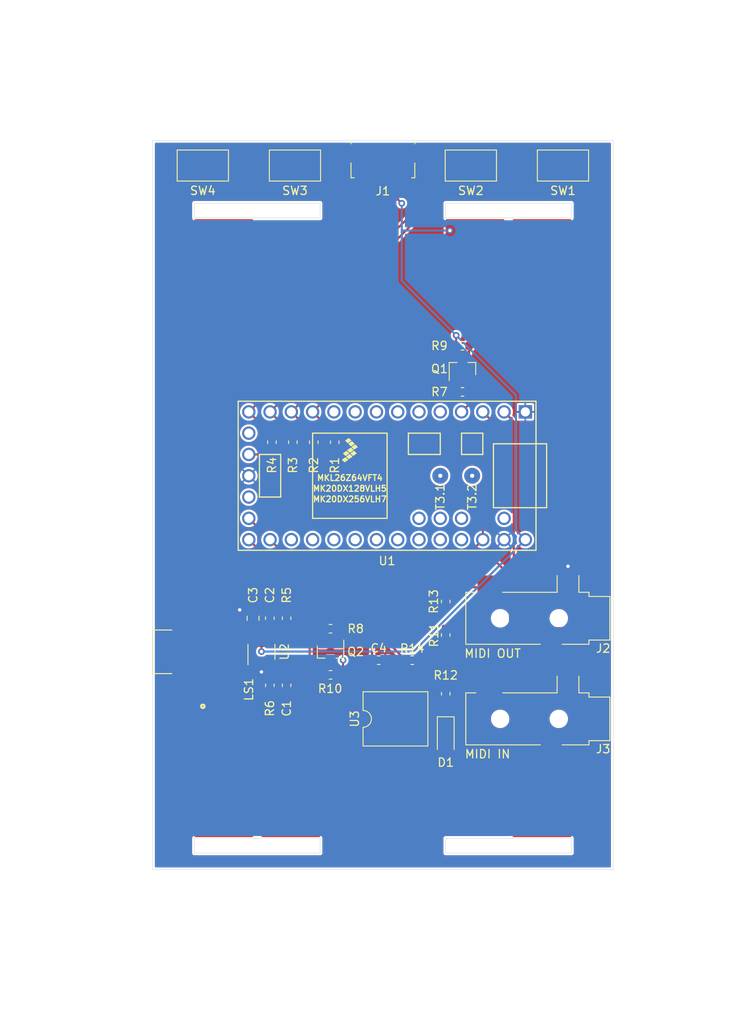
<source format=kicad_pcb>
(kicad_pcb (version 20171130) (host pcbnew "(5.1.4)-1")
  (layers (0 F.Cu signal) (31 B.Cu signal) (34 B.Paste user) (35 F.Paste user) (36 B.SilkS user) (37 F.SilkS user) (38 B.Mask user) (39 F.Mask user) (44 Edge.Cuts user))
  (net 0 "")
  (net 1 /AUDIO)
  (net 2 "Net-(C1-Pad1)")
  (net 3 GND)
  (net 4 +5V)
  (net 5 "Net-(LS1-Pad2)")
  (net 6 "Net-(LS1-Pad1)")
  (net 7 /NEOPIXEL1_5V)
  (net 8 /NEOPIXEL1)
  (net 9 +3V3)
  (net 10 /NEOPIXEL2_5V)
  (net 11 /NEOPIXEL2)
  (net 12 /BUTTON1)
  (net 13 /BUTTON2)
  (net 14 /BUTTON3)
  (net 15 /BUTTON4)
  (net 16 /~AMP_SD)
  (net 17 "Net-(R6-Pad1)")
  (net 18 "Net-(D1-Pad2)")
  (net 19 "Net-(D1-Pad1)")
  (net 20 "Net-(J2-PadT)")
  (net 21 "Net-(J2-PadR)")
  (net 22 "Net-(J3-PadT)")
  (net 23 /MIDI_TX)
  (net 24 /MIDI_RX)
  (module teensy:Teensy30_31_32_LC (layer F.Cu) (at 78 90 180)
    (fp_text reference U1 (at 0 -10.16) (layer F.SilkS))
    (fp_text value Teensy3.2)
    (fp_text user MK20DX128VLH5 (at 4.445 -1.524) (layer F.SilkS) (effects (font (size 0.7 0.7))))
    (fp_text user MKL26Z64VFT4 (at 4.445 -0.254) (layer F.SilkS) (effects (font (size 0.7 0.7))))
    (fp_text user MK20DX256VLH7 (at 4.445 -2.794) (layer F.SilkS) (effects (font (size 0.7 0.7))))
    (fp_poly (pts (xy 4.826 2.921) (xy 4.572 2.667) (xy 4.953 2.413) (xy 5.207 2.667)) (layer F.SilkS) (width 0.1))
    (fp_poly (pts (xy 3.81 3.683) (xy 3.556 3.429) (xy 3.937 3.175) (xy 4.191 3.429)) (layer F.SilkS) (width 0.1))
    (fp_poly (pts (xy 4.572 4.445) (xy 4.318 4.191) (xy 4.699 3.937) (xy 4.953 4.191)) (layer F.SilkS) (width 0.1))
    (fp_poly (pts (xy 4.445 2.54) (xy 4.191 2.286) (xy 4.572 2.032) (xy 4.826 2.286)) (layer F.SilkS) (width 0.1))
    (fp_poly (pts (xy 4.191 4.064) (xy 3.937 3.81) (xy 4.318 3.556) (xy 4.572 3.81)) (layer F.SilkS) (width 0.1))
    (fp_poly (pts (xy 4.953 2.159) (xy 4.699 1.905) (xy 5.08 1.651) (xy 5.334 1.905)) (layer F.SilkS) (width 0.1))
    (fp_poly (pts (xy 4.318 3.302) (xy 4.064 3.048) (xy 4.445 2.794) (xy 4.699 3.048)) (layer F.SilkS) (width 0.1))
    (fp_poly (pts (xy 3.937 2.921) (xy 3.683 2.667) (xy 4.064 2.413) (xy 4.318 2.667)) (layer F.SilkS) (width 0.1))
    (fp_line (start -17.78 8.89) (end -17.78 -8.89) (layer F.SilkS) (width 0.15))
    (fp_line (start 17.78 8.89) (end -17.78 8.89) (layer F.SilkS) (width 0.15))
    (fp_line (start 17.78 -8.89) (end 17.78 8.89) (layer F.SilkS) (width 0.15))
    (fp_line (start -17.78 -8.89) (end 17.78 -8.89) (layer F.SilkS) (width 0.15))
    (fp_line (start 8.89 5.08) (end 0 5.08) (layer F.SilkS) (width 0.15))
    (fp_line (start 8.89 -5.08) (end 0 -5.08) (layer F.SilkS) (width 0.15))
    (fp_line (start 0 -5.08) (end 0 5.08) (layer F.SilkS) (width 0.15))
    (fp_line (start 8.89 5.08) (end 8.89 -5.08) (layer F.SilkS) (width 0.15))
    (fp_line (start 12.7 -2.54) (end 15.24 -2.54) (layer F.SilkS) (width 0.15))
    (fp_line (start 12.7 2.54) (end 12.7 -2.54) (layer F.SilkS) (width 0.15))
    (fp_line (start 15.24 2.54) (end 12.7 2.54) (layer F.SilkS) (width 0.15))
    (fp_line (start 15.24 -2.54) (end 15.24 2.54) (layer F.SilkS) (width 0.15))
    (fp_line (start -11.43 2.54) (end -11.43 5.08) (layer F.SilkS) (width 0.15))
    (fp_line (start -8.89 2.54) (end -11.43 2.54) (layer F.SilkS) (width 0.15))
    (fp_line (start -8.89 5.08) (end -8.89 2.54) (layer F.SilkS) (width 0.15))
    (fp_line (start -11.43 5.08) (end -8.89 5.08) (layer F.SilkS) (width 0.15))
    (fp_line (start -12.7 3.81) (end -17.78 3.81) (layer F.SilkS) (width 0.15))
    (fp_line (start -12.7 -3.81) (end -17.78 -3.81) (layer F.SilkS) (width 0.15))
    (fp_line (start -12.7 3.81) (end -12.7 -3.81) (layer F.SilkS) (width 0.15))
    (fp_line (start -6.35 2.54) (end -6.35 5.08) (layer F.SilkS) (width 0.15))
    (fp_line (start -2.54 2.54) (end -6.35 2.54) (layer F.SilkS) (width 0.15))
    (fp_line (start -2.54 5.08) (end -2.54 2.54) (layer F.SilkS) (width 0.15))
    (fp_line (start -6.35 5.08) (end -2.54 5.08) (layer F.SilkS) (width 0.15))
    (fp_line (start -19.05 -3.81) (end -17.78 -3.81) (layer F.SilkS) (width 0.15))
    (fp_line (start -19.05 3.81) (end -19.05 -3.81) (layer F.SilkS) (width 0.15))
    (fp_line (start -17.78 3.81) (end -19.05 3.81) (layer F.SilkS) (width 0.15))
    (fp_text user T3.1 (at -6.35 -2.54 90) (layer F.SilkS))
    (fp_text user T3.2 (at -10.16 -2.54 90) (layer F.SilkS))
    (pad 52 thru_hole circle (at -10.16 0 180) (size 1.9 1.9) (drill 0.5) (layers *.Cu *.Mask))
    (pad 52 thru_hole circle (at -6.35 0 180) (size 1.9 1.9) (drill 0.5) (layers *.Cu *.Mask))
    (pad 1 thru_hole rect (at -16.51 7.62 180) (size 1.6 1.6) (drill 1.1) (layers *.Cu *.Mask) (net 3 GND))
    (pad 2 thru_hole circle (at -13.97 7.62 180) (size 1.6 1.6) (drill 1.1) (layers *.Cu *.Mask) (net 24 /MIDI_RX))
    (pad 3 thru_hole circle (at -11.43 7.62 180) (size 1.6 1.6) (drill 1.1) (layers *.Cu *.Mask) (net 23 /MIDI_TX))
    (pad 4 thru_hole circle (at -8.89 7.62 180) (size 1.6 1.6) (drill 1.1) (layers *.Cu *.Mask) (net 8 /NEOPIXEL1))
    (pad 5 thru_hole circle (at -6.35 7.62 180) (size 1.6 1.6) (drill 1.1) (layers *.Cu *.Mask))
    (pad 6 thru_hole circle (at -3.81 7.62 180) (size 1.6 1.6) (drill 1.1) (layers *.Cu *.Mask))
    (pad 7 thru_hole circle (at -1.27 7.62 180) (size 1.6 1.6) (drill 1.1) (layers *.Cu *.Mask))
    (pad 8 thru_hole circle (at 1.27 7.62 180) (size 1.6 1.6) (drill 1.1) (layers *.Cu *.Mask))
    (pad 9 thru_hole circle (at 3.81 7.62 180) (size 1.6 1.6) (drill 1.1) (layers *.Cu *.Mask))
    (pad 10 thru_hole circle (at 6.35 7.62 180) (size 1.6 1.6) (drill 1.1) (layers *.Cu *.Mask))
    (pad 11 thru_hole circle (at 8.89 7.62 180) (size 1.6 1.6) (drill 1.1) (layers *.Cu *.Mask) (net 12 /BUTTON1))
    (pad 12 thru_hole circle (at 11.43 7.62 180) (size 1.6 1.6) (drill 1.1) (layers *.Cu *.Mask) (net 13 /BUTTON2))
    (pad 13 thru_hole circle (at 13.97 7.62 180) (size 1.6 1.6) (drill 1.1) (layers *.Cu *.Mask) (net 14 /BUTTON3))
    (pad 37 thru_hole circle (at -3.81 -5.08 180) (size 1.6 1.6) (drill 1.1) (layers *.Cu *.Mask))
    (pad 36 thru_hole circle (at -6.35 -5.08 180) (size 1.6 1.6) (drill 1.1) (layers *.Cu *.Mask))
    (pad 35 thru_hole circle (at -8.89 -5.08 180) (size 1.6 1.6) (drill 1.1) (layers *.Cu *.Mask))
    (pad 34 thru_hole circle (at -13.97 -5.08 180) (size 1.6 1.6) (drill 1.1) (layers *.Cu *.Mask))
    (pad 33 thru_hole circle (at -16.51 -7.62 180) (size 1.6 1.6) (drill 1.1) (layers *.Cu *.Mask) (net 4 +5V))
    (pad 32 thru_hole circle (at -13.97 -7.62 180) (size 1.6 1.6) (drill 1.1) (layers *.Cu *.Mask) (net 3 GND))
    (pad 31 thru_hole circle (at -11.43 -7.62 180) (size 1.6 1.6) (drill 1.1) (layers *.Cu *.Mask) (net 9 +3V3))
    (pad 30 thru_hole circle (at -8.89 -7.62 180) (size 1.6 1.6) (drill 1.1) (layers *.Cu *.Mask))
    (pad 29 thru_hole circle (at -6.35 -7.62 180) (size 1.6 1.6) (drill 1.1) (layers *.Cu *.Mask))
    (pad 28 thru_hole circle (at -3.81 -7.62 180) (size 1.6 1.6) (drill 1.1) (layers *.Cu *.Mask))
    (pad 27 thru_hole circle (at -1.27 -7.62 180) (size 1.6 1.6) (drill 1.1) (layers *.Cu *.Mask))
    (pad 26 thru_hole circle (at 1.27 -7.62 180) (size 1.6 1.6) (drill 1.1) (layers *.Cu *.Mask))
    (pad 25 thru_hole circle (at 3.81 -7.62 180) (size 1.6 1.6) (drill 1.1) (layers *.Cu *.Mask))
    (pad 24 thru_hole circle (at 6.35 -7.62 180) (size 1.6 1.6) (drill 1.1) (layers *.Cu *.Mask))
    (pad 23 thru_hole circle (at 8.89 -7.62 180) (size 1.6 1.6) (drill 1.1) (layers *.Cu *.Mask))
    (pad 22 thru_hole circle (at 11.43 -7.62 180) (size 1.6 1.6) (drill 1.1) (layers *.Cu *.Mask))
    (pad 21 thru_hole circle (at 13.97 -7.62 180) (size 1.6 1.6) (drill 1.1) (layers *.Cu *.Mask) (net 11 /NEOPIXEL2))
    (pad 14 thru_hole circle (at 16.51 7.62 180) (size 1.6 1.6) (drill 1.1) (layers *.Cu *.Mask) (net 15 /BUTTON4))
    (pad 15 thru_hole circle (at 16.51 5.08 180) (size 1.6 1.6) (drill 1.1) (layers *.Cu *.Mask))
    (pad 16 thru_hole circle (at 16.51 2.54 180) (size 1.6 1.6) (drill 1.1) (layers *.Cu *.Mask) (net 9 +3V3))
    (pad 20 thru_hole circle (at 16.51 -7.62 180) (size 1.6 1.6) (drill 1.1) (layers *.Cu *.Mask) (net 16 /~AMP_SD))
    (pad 19 thru_hole circle (at 16.51 -5.08 180) (size 1.6 1.6) (drill 1.1) (layers *.Cu *.Mask) (net 1 /AUDIO))
    (pad 18 thru_hole circle (at 16.51 -2.54 180) (size 1.6 1.6) (drill 1.1) (layers *.Cu *.Mask))
    (pad 17 thru_hole circle (at 16.51 0 180) (size 1.6 1.6) (drill 1.1) (layers *.Cu *.Mask) (net 3 GND))
  )
  (module Package_DIP:SMDIP-6_W9.53mm (layer F.Cu) (at 79 119 90)
    (fp_text reference U3 (at 0 -4.87 90) (layer F.SilkS))
    (fp_text value H11L1)
    (fp_line (start 3.235 -3.87) (end 1 -3.87) (layer F.SilkS) (width 0.12))
    (fp_line (start 3.235 3.87) (end 3.235 -3.87) (layer F.SilkS) (width 0.12))
    (fp_line (start -3.235 3.87) (end 3.235 3.87) (layer F.SilkS) (width 0.12))
    (fp_line (start -3.235 -3.87) (end -3.235 3.87) (layer F.SilkS) (width 0.12))
    (fp_line (start -1 -3.87) (end -3.235 -3.87) (layer F.SilkS) (width 0.12))
    (fp_arc (start 0 -3.87) (end -1 -3.87) (angle -180) (layer F.SilkS) (width 0.12))
    (pad 6 smd rect (at 4.765 -2.54 90) (size 2 1.78) (layers F.Cu F.Paste F.Mask) (net 9 +3V3))
    (pad 3 smd rect (at -4.765 2.54 90) (size 2 1.78) (layers F.Cu F.Paste F.Mask))
    (pad 5 smd rect (at 4.765 0 90) (size 2 1.78) (layers F.Cu F.Paste F.Mask) (net 3 GND))
    (pad 2 smd rect (at -4.765 0 90) (size 2 1.78) (layers F.Cu F.Paste F.Mask) (net 18 "Net-(D1-Pad2)"))
    (pad 4 smd rect (at 4.765 2.54 90) (size 2 1.78) (layers F.Cu F.Paste F.Mask) (net 24 /MIDI_RX))
    (pad 1 smd rect (at -4.765 -2.54 90) (size 2 1.78) (layers F.Cu F.Paste F.Mask) (net 19 "Net-(D1-Pad1)"))
  )
  (module Resistor_SMD:R_0603_1608Metric (layer F.Cu) (at 81 112 180)
    (fp_text reference R14 (at 0 1.4) (layer F.SilkS))
    (fp_text value 470)
    (fp_line (start -0.162779 0.51) (end 0.162779 0.51) (layer F.SilkS) (width 0.12))
    (fp_line (start -0.162779 -0.51) (end 0.162779 -0.51) (layer F.SilkS) (width 0.12))
    (pad 2 smd roundrect (at 0.7875 0 180) (size 0.875 0.95) (layers F.Cu F.Paste F.Mask) (net 9 +3V3))
    (pad 1 smd roundrect (at -0.7875 0 180) (size 0.875 0.95) (layers F.Cu F.Paste F.Mask) (net 24 /MIDI_RX))
  )
  (module Resistor_SMD:R_0603_1608Metric (layer F.Cu) (at 85 105 90)
    (fp_text reference R13 (at 0 -1.43 90) (layer F.SilkS))
    (fp_text value 51)
    (fp_line (start -0.162779 0.51) (end 0.162779 0.51) (layer F.SilkS) (width 0.12))
    (fp_line (start -0.162779 -0.51) (end 0.162779 -0.51) (layer F.SilkS) (width 0.12))
    (pad 2 smd roundrect (at 0.7875 0 90) (size 0.875 0.95) (layers F.Cu F.Paste F.Mask) (net 20 "Net-(J2-PadT)"))
    (pad 1 smd roundrect (at -0.7875 0 90) (size 0.875 0.95) (layers F.Cu F.Paste F.Mask) (net 9 +3V3))
  )
  (module Resistor_SMD:R_0603_1608Metric (layer F.Cu) (at 85 116 90)
    (fp_text reference R12 (at 2.2 0 180) (layer F.SilkS))
    (fp_text value 220)
    (fp_line (start -0.162779 0.51) (end 0.162779 0.51) (layer F.SilkS) (width 0.12))
    (fp_line (start -0.162779 -0.51) (end 0.162779 -0.51) (layer F.SilkS) (width 0.12))
    (pad 2 smd roundrect (at 0.7875 0 90) (size 0.875 0.95) (layers F.Cu F.Paste F.Mask) (net 22 "Net-(J3-PadT)"))
    (pad 1 smd roundrect (at -0.7875 0 90) (size 0.875 0.95) (layers F.Cu F.Paste F.Mask) (net 19 "Net-(D1-Pad1)"))
  )
  (module Resistor_SMD:R_0603_1608Metric (layer F.Cu) (at 85 109 270)
    (fp_text reference R11 (at 0 1.4 90) (layer F.SilkS))
    (fp_text value 51)
    (fp_line (start -0.162779 0.51) (end 0.162779 0.51) (layer F.SilkS) (width 0.12))
    (fp_line (start -0.162779 -0.51) (end 0.162779 -0.51) (layer F.SilkS) (width 0.12))
    (pad 2 smd roundrect (at 0.7875 0 270) (size 0.875 0.95) (layers F.Cu F.Paste F.Mask) (net 21 "Net-(J2-PadR)"))
    (pad 1 smd roundrect (at -0.7875 0 270) (size 0.875 0.95) (layers F.Cu F.Paste F.Mask) (net 23 /MIDI_TX))
  )
  (module Connector_Audio:Jack_3.5mm_CUI_SJ-3523-SMT_Horizontal (layer F.Cu) (at 96 119 270)
    (fp_text reference J3 (at 3.6 -7.8 180) (layer F.SilkS))
    (fp_text value AudioJack3)
    (fp_line (start -3.1 -2.3) (end -5.1 -2.3) (layer F.SilkS) (width 0.12))
    (fp_line (start -3.1 -4.9) (end -5.1 -4.9) (layer F.SilkS) (width 0.12))
    (fp_line (start -3.1 4.2) (end -3.1 -2.3) (layer F.SilkS) (width 0.12))
    (fp_line (start -3.1 8.6) (end -3.1 7.4) (layer F.SilkS) (width 0.12))
    (fp_line (start 3.1 8.6) (end -3.1 8.6) (layer F.SilkS) (width 0.12))
    (fp_line (start 3.1 -0.3) (end 3.1 8.6) (layer F.SilkS) (width 0.12))
    (fp_line (start 3.1 -6.1) (end 3.1 -2.9) (layer F.SilkS) (width 0.12))
    (fp_line (start 2.6 -6.1) (end 3.1 -6.1) (layer F.SilkS) (width 0.12))
    (fp_line (start 2.6 -8.6) (end 2.6 -6.1) (layer F.SilkS) (width 0.12))
    (fp_line (start -2.6 -8.6) (end 2.6 -8.6) (layer F.SilkS) (width 0.12))
    (fp_line (start -2.6 -6.1) (end -2.6 -8.6) (layer F.SilkS) (width 0.12))
    (fp_line (start -3.1 -6.1) (end -2.6 -6.1) (layer F.SilkS) (width 0.12))
    (fp_line (start -3.1 -4.9) (end -3.1 -6.1) (layer F.SilkS) (width 0.12))
    (pad "" np_thru_hole circle (at 0 4.5 270) (size 1.7 1.7) (drill 1.7) (layers *.Cu *.Mask))
    (pad "" np_thru_hole circle (at 0 -2.5 270) (size 1.7 1.7) (drill 1.7) (layers *.Cu *.Mask))
    (pad T smd rect (at -3.7 5.8 270) (size 2.8 2.8) (layers F.Cu F.Paste F.Mask) (net 22 "Net-(J3-PadT)"))
    (pad S smd rect (at -3.7 -3.6 270) (size 2.8 2.2) (layers F.Cu F.Paste F.Mask))
    (pad R smd rect (at 3.7 -1.6 270) (size 2.8 2.2) (layers F.Cu F.Paste F.Mask) (net 18 "Net-(D1-Pad2)"))
  )
  (module Connector_Audio:Jack_3.5mm_CUI_SJ-3523-SMT_Horizontal (layer F.Cu) (at 96 107 270)
    (fp_text reference J2 (at 3.6 -7.8 180) (layer F.SilkS))
    (fp_text value AudioJack3)
    (fp_line (start -3.1 -2.3) (end -5.1 -2.3) (layer F.SilkS) (width 0.12))
    (fp_line (start -3.1 -4.9) (end -5.1 -4.9) (layer F.SilkS) (width 0.12))
    (fp_line (start -3.1 4.2) (end -3.1 -2.3) (layer F.SilkS) (width 0.12))
    (fp_line (start -3.1 8.6) (end -3.1 7.4) (layer F.SilkS) (width 0.12))
    (fp_line (start 3.1 8.6) (end -3.1 8.6) (layer F.SilkS) (width 0.12))
    (fp_line (start 3.1 -0.3) (end 3.1 8.6) (layer F.SilkS) (width 0.12))
    (fp_line (start 3.1 -6.1) (end 3.1 -2.9) (layer F.SilkS) (width 0.12))
    (fp_line (start 2.6 -6.1) (end 3.1 -6.1) (layer F.SilkS) (width 0.12))
    (fp_line (start 2.6 -8.6) (end 2.6 -6.1) (layer F.SilkS) (width 0.12))
    (fp_line (start -2.6 -8.6) (end 2.6 -8.6) (layer F.SilkS) (width 0.12))
    (fp_line (start -2.6 -6.1) (end -2.6 -8.6) (layer F.SilkS) (width 0.12))
    (fp_line (start -3.1 -6.1) (end -2.6 -6.1) (layer F.SilkS) (width 0.12))
    (fp_line (start -3.1 -4.9) (end -3.1 -6.1) (layer F.SilkS) (width 0.12))
    (pad "" np_thru_hole circle (at 0 4.5 270) (size 1.7 1.7) (drill 1.7) (layers *.Cu *.Mask))
    (pad "" np_thru_hole circle (at 0 -2.5 270) (size 1.7 1.7) (drill 1.7) (layers *.Cu *.Mask))
    (pad T smd rect (at -3.7 5.8 270) (size 2.8 2.8) (layers F.Cu F.Paste F.Mask) (net 20 "Net-(J2-PadT)"))
    (pad S smd rect (at -3.7 -3.6 270) (size 2.8 2.2) (layers F.Cu F.Paste F.Mask) (net 3 GND))
    (pad R smd rect (at 3.7 -1.6 270) (size 2.8 2.2) (layers F.Cu F.Paste F.Mask) (net 21 "Net-(J2-PadR)"))
  )
  (module Diode_SMD:D_SOD-123 (layer F.Cu) (at 85 121 270)
    (fp_text reference D1 (at 3.2 0 180) (layer F.SilkS))
    (fp_text value 1N4148W)
    (fp_line (start -2.25 -1) (end 1.65 -1) (layer F.SilkS) (width 0.12))
    (fp_line (start -2.25 1) (end 1.65 1) (layer F.SilkS) (width 0.12))
    (fp_line (start -2.25 -1) (end -2.25 1) (layer F.SilkS) (width 0.12))
    (pad 2 smd rect (at 1.65 0 270) (size 0.9 1.2) (layers F.Cu F.Paste F.Mask) (net 18 "Net-(D1-Pad2)"))
    (pad 1 smd rect (at -1.65 0 270) (size 0.9 1.2) (layers F.Cu F.Paste F.Mask) (net 19 "Net-(D1-Pad1)"))
  )
  (module Capacitor_SMD:C_0603_1608Metric (layer F.Cu) (at 77 112)
    (fp_text reference C4 (at 0 -1.43) (layer F.SilkS))
    (fp_text value 100n)
    (fp_line (start -0.162779 0.51) (end 0.162779 0.51) (layer F.SilkS) (width 0.12))
    (fp_line (start -0.162779 -0.51) (end 0.162779 -0.51) (layer F.SilkS) (width 0.12))
    (pad 2 smd roundrect (at 0.7875 0) (size 0.875 0.95) (layers F.Cu F.Paste F.Mask) (net 3 GND))
    (pad 1 smd roundrect (at -0.7875 0) (size 0.875 0.95) (layers F.Cu F.Paste F.Mask) (net 9 +3V3))
  )
  (module Connector_USB:USB_Micro-B_Molex_47346-0001 (layer F.Cu) (at 77.5 52.75 180)
    (fp_text reference J1 (at 0 -3.3 180) (layer F.SilkS))
    (fp_text value USB_B_Micro)
    (fp_line (start -3.81 2.6) (end -3.81 2.34) (layer F.SilkS) (width 0.12))
    (fp_line (start -3.81 0.06) (end -3.81 -1.71) (layer F.SilkS) (width 0.12))
    (fp_line (start -3.81 -1.71) (end -3.43 -1.71) (layer F.SilkS) (width 0.12))
    (fp_line (start 3.81 -1.71) (end 3.81 0.06) (layer F.SilkS) (width 0.12))
    (fp_line (start 3.81 2.34) (end 3.81 2.6) (layer F.SilkS) (width 0.12))
    (fp_line (start 3.81 -1.71) (end 3.43 -1.71) (layer F.SilkS) (width 0.12))
    (pad 6 smd rect (at 0.84 1.2 180) (size 1.175 1.9) (layers F.Cu F.Paste F.Mask) (net 3 GND))
    (pad 6 smd rect (at -0.84 1.2 180) (size 1.175 1.9) (layers F.Cu F.Paste F.Mask) (net 3 GND))
    (pad 6 smd rect (at 2.91 1.2 180) (size 2.375 1.9) (layers F.Cu F.Paste F.Mask) (net 3 GND))
    (pad 6 smd rect (at -2.91 1.2 180) (size 2.375 1.9) (layers F.Cu F.Paste F.Mask) (net 3 GND))
    (pad 6 smd rect (at 2.4625 -1.1 180) (size 1.475 2.1) (layers F.Cu F.Paste F.Mask) (net 3 GND))
    (pad 6 smd rect (at -2.4625 -1.1 180) (size 1.475 2.1) (layers F.Cu F.Paste F.Mask) (net 3 GND))
    (pad 5 smd rect (at 1.3 -1.46 180) (size 0.45 1.38) (layers F.Cu F.Paste F.Mask) (net 3 GND))
    (pad 4 smd rect (at 0.65 -1.46 180) (size 0.45 1.38) (layers F.Cu F.Paste F.Mask))
    (pad 3 smd rect (at 0 -1.46 180) (size 0.45 1.38) (layers F.Cu F.Paste F.Mask))
    (pad 2 smd rect (at -0.65 -1.46 180) (size 0.45 1.38) (layers F.Cu F.Paste F.Mask))
    (pad 1 smd rect (at -1.3 -1.46 180) (size 0.45 1.38) (layers F.Cu F.Paste F.Mask) (net 4 +5V))
  )
  (module Package_TO_SOT_SMD:SOT-23-6 (layer F.Cu) (at 63 111 90)
    (fp_text reference U2 (at 0 2.75 90) (layer F.SilkS))
    (fp_text value PAM8301)
    (fp_line (start 0.9 -1.61) (end -1.55 -1.61) (layer F.SilkS) (width 0.12))
    (fp_line (start -0.9 1.61) (end 0.9 1.61) (layer F.SilkS) (width 0.12))
    (pad 5 smd rect (at 1.1 0 90) (size 1.06 0.65) (layers F.Cu F.Paste F.Mask) (net 4 +5V))
    (pad 6 smd rect (at 1.1 -0.95 90) (size 1.06 0.65) (layers F.Cu F.Paste F.Mask) (net 5 "Net-(LS1-Pad2)"))
    (pad 4 smd rect (at 1.1 0.95 90) (size 1.06 0.65) (layers F.Cu F.Paste F.Mask) (net 16 /~AMP_SD))
    (pad 3 smd rect (at -1.1 0.95 90) (size 1.06 0.65) (layers F.Cu F.Paste F.Mask) (net 17 "Net-(R6-Pad1)"))
    (pad 2 smd rect (at -1.1 0 90) (size 1.06 0.65) (layers F.Cu F.Paste F.Mask) (net 3 GND))
    (pad 1 smd rect (at -1.1 -0.95 90) (size 1.06 0.65) (layers F.Cu F.Paste F.Mask) (net 6 "Net-(LS1-Pad1)"))
  )
  (module Button_Switch_SMD:SW_SPST_CK_RS282G05A3 (layer F.Cu) (at 56 53)
    (fp_text reference SW4 (at 0 3) (layer F.SilkS))
    (fp_text value SW_Push)
    (fp_line (start -3.06 1.85) (end -3.06 -1.85) (layer F.SilkS) (width 0.12))
    (fp_line (start 3.06 1.85) (end -3.06 1.85) (layer F.SilkS) (width 0.12))
    (fp_line (start 3.06 -1.85) (end 3.06 1.85) (layer F.SilkS) (width 0.12))
    (fp_line (start -3.06 -1.85) (end 3.06 -1.85) (layer F.SilkS) (width 0.12))
    (pad 2 smd rect (at 3.9 0) (size 1.5 1.5) (layers F.Cu F.Paste F.Mask) (net 15 /BUTTON4))
    (pad 1 smd rect (at -3.9 0) (size 1.5 1.5) (layers F.Cu F.Paste F.Mask) (net 3 GND))
  )
  (module Button_Switch_SMD:SW_SPST_CK_RS282G05A3 (layer F.Cu) (at 67 53)
    (fp_text reference SW3 (at 0 3) (layer F.SilkS))
    (fp_text value SW_Push)
    (fp_line (start -3.06 1.85) (end -3.06 -1.85) (layer F.SilkS) (width 0.12))
    (fp_line (start 3.06 1.85) (end -3.06 1.85) (layer F.SilkS) (width 0.12))
    (fp_line (start 3.06 -1.85) (end 3.06 1.85) (layer F.SilkS) (width 0.12))
    (fp_line (start -3.06 -1.85) (end 3.06 -1.85) (layer F.SilkS) (width 0.12))
    (pad 2 smd rect (at 3.9 0) (size 1.5 1.5) (layers F.Cu F.Paste F.Mask) (net 14 /BUTTON3))
    (pad 1 smd rect (at -3.9 0) (size 1.5 1.5) (layers F.Cu F.Paste F.Mask) (net 3 GND))
  )
  (module Button_Switch_SMD:SW_SPST_CK_RS282G05A3 (layer F.Cu) (at 88 53)
    (fp_text reference SW2 (at 0 3) (layer F.SilkS))
    (fp_text value SW_Push)
    (fp_line (start -3.06 1.85) (end -3.06 -1.85) (layer F.SilkS) (width 0.12))
    (fp_line (start 3.06 1.85) (end -3.06 1.85) (layer F.SilkS) (width 0.12))
    (fp_line (start 3.06 -1.85) (end 3.06 1.85) (layer F.SilkS) (width 0.12))
    (fp_line (start -3.06 -1.85) (end 3.06 -1.85) (layer F.SilkS) (width 0.12))
    (pad 2 smd rect (at 3.9 0) (size 1.5 1.5) (layers F.Cu F.Paste F.Mask) (net 13 /BUTTON2))
    (pad 1 smd rect (at -3.9 0) (size 1.5 1.5) (layers F.Cu F.Paste F.Mask) (net 3 GND))
  )
  (module Button_Switch_SMD:SW_SPST_CK_RS282G05A3 (layer F.Cu) (at 99 53)
    (fp_text reference SW1 (at 0 3) (layer F.SilkS))
    (fp_text value SW_Push)
    (fp_line (start -3.06 1.85) (end -3.06 -1.85) (layer F.SilkS) (width 0.12))
    (fp_line (start 3.06 1.85) (end -3.06 1.85) (layer F.SilkS) (width 0.12))
    (fp_line (start 3.06 -1.85) (end 3.06 1.85) (layer F.SilkS) (width 0.12))
    (fp_line (start -3.06 -1.85) (end 3.06 -1.85) (layer F.SilkS) (width 0.12))
    (pad 2 smd rect (at 3.9 0) (size 1.5 1.5) (layers F.Cu F.Paste F.Mask) (net 12 /BUTTON1))
    (pad 1 smd rect (at -3.9 0) (size 1.5 1.5) (layers F.Cu F.Paste F.Mask) (net 3 GND))
  )
  (module Resistor_SMD:R_0603_1608Metric (layer F.Cu) (at 71.25 113.75 180)
    (fp_text reference R10 (at 0.05 -1.65) (layer F.SilkS))
    (fp_text value 4.7K)
    (fp_line (start -0.162779 0.51) (end 0.162779 0.51) (layer F.SilkS) (width 0.12))
    (fp_line (start -0.162779 -0.51) (end 0.162779 -0.51) (layer F.SilkS) (width 0.12))
    (pad 2 smd roundrect (at 0.7875 0 180) (size 0.875 0.95) (layers F.Cu F.Paste F.Mask) (net 10 /NEOPIXEL2_5V))
    (pad 1 smd roundrect (at -0.7875 0 180) (size 0.875 0.95) (layers F.Cu F.Paste F.Mask) (net 4 +5V))
  )
  (module Resistor_SMD:R_0603_1608Metric (layer F.Cu) (at 87 74.5)
    (fp_text reference R9 (at -2.75 0) (layer F.SilkS))
    (fp_text value 4.7K)
    (fp_line (start -0.162779 0.51) (end 0.162779 0.51) (layer F.SilkS) (width 0.12))
    (fp_line (start -0.162779 -0.51) (end 0.162779 -0.51) (layer F.SilkS) (width 0.12))
    (pad 2 smd roundrect (at 0.7875 0) (size 0.875 0.95) (layers F.Cu F.Paste F.Mask) (net 7 /NEOPIXEL1_5V))
    (pad 1 smd roundrect (at -0.7875 0) (size 0.875 0.95) (layers F.Cu F.Paste F.Mask) (net 4 +5V))
  )
  (module Resistor_SMD:R_0603_1608Metric (layer F.Cu) (at 71.25 108.25 180)
    (fp_text reference R8 (at -3 0) (layer F.SilkS))
    (fp_text value 4.7K)
    (fp_line (start -0.162779 0.51) (end 0.162779 0.51) (layer F.SilkS) (width 0.12))
    (fp_line (start -0.162779 -0.51) (end 0.162779 -0.51) (layer F.SilkS) (width 0.12))
    (pad 2 smd roundrect (at 0.7875 0 180) (size 0.875 0.95) (layers F.Cu F.Paste F.Mask) (net 11 /NEOPIXEL2))
    (pad 1 smd roundrect (at -0.7875 0 180) (size 0.875 0.95) (layers F.Cu F.Paste F.Mask) (net 9 +3V3))
  )
  (module Resistor_SMD:R_0603_1608Metric (layer F.Cu) (at 87 80)
    (fp_text reference R7 (at -2.75 0) (layer F.SilkS))
    (fp_text value 4.7K)
    (fp_line (start -0.162779 0.51) (end 0.162779 0.51) (layer F.SilkS) (width 0.12))
    (fp_line (start -0.162779 -0.51) (end 0.162779 -0.51) (layer F.SilkS) (width 0.12))
    (pad 2 smd roundrect (at 0.7875 0) (size 0.875 0.95) (layers F.Cu F.Paste F.Mask) (net 8 /NEOPIXEL1))
    (pad 1 smd roundrect (at -0.7875 0) (size 0.875 0.95) (layers F.Cu F.Paste F.Mask) (net 9 +3V3))
  )
  (module Resistor_SMD:R_0603_1608Metric (layer F.Cu) (at 64 115 270)
    (fp_text reference R6 (at 2.75 0 90) (layer F.SilkS))
    (fp_text value 47K)
    (fp_line (start -0.162779 0.51) (end 0.162779 0.51) (layer F.SilkS) (width 0.12))
    (fp_line (start -0.162779 -0.51) (end 0.162779 -0.51) (layer F.SilkS) (width 0.12))
    (pad 2 smd roundrect (at 0.7875 0 270) (size 0.875 0.95) (layers F.Cu F.Paste F.Mask) (net 2 "Net-(C1-Pad1)"))
    (pad 1 smd roundrect (at -0.7875 0 270) (size 0.875 0.95) (layers F.Cu F.Paste F.Mask) (net 17 "Net-(R6-Pad1)"))
  )
  (module Resistor_SMD:R_0603_1608Metric (layer F.Cu) (at 66 107 270)
    (fp_text reference R5 (at -2.75 0 90) (layer F.SilkS))
    (fp_text value 4.7K)
    (fp_line (start -0.162779 0.51) (end 0.162779 0.51) (layer F.SilkS) (width 0.12))
    (fp_line (start -0.162779 -0.51) (end 0.162779 -0.51) (layer F.SilkS) (width 0.12))
    (pad 2 smd roundrect (at 0.7875 0 270) (size 0.875 0.95) (layers F.Cu F.Paste F.Mask) (net 16 /~AMP_SD))
    (pad 1 smd roundrect (at -0.7875 0 270) (size 0.875 0.95) (layers F.Cu F.Paste F.Mask) (net 4 +5V))
  )
  (module Resistor_SMD:R_0603_1608Metric (layer F.Cu) (at 64.25 86 270)
    (fp_text reference R4 (at 2.75 0 90) (layer F.SilkS))
    (fp_text value 4.7K)
    (fp_line (start -0.162779 0.51) (end 0.162779 0.51) (layer F.SilkS) (width 0.12))
    (fp_line (start -0.162779 -0.51) (end 0.162779 -0.51) (layer F.SilkS) (width 0.12))
    (pad 2 smd roundrect (at 0.7875 0 270) (size 0.875 0.95) (layers F.Cu F.Paste F.Mask) (net 9 +3V3))
    (pad 1 smd roundrect (at -0.7875 0 270) (size 0.875 0.95) (layers F.Cu F.Paste F.Mask) (net 15 /BUTTON4))
  )
  (module Resistor_SMD:R_0603_1608Metric (layer F.Cu) (at 66.75 86 270)
    (fp_text reference R3 (at 2.75 0 90) (layer F.SilkS))
    (fp_text value 4.7K)
    (fp_line (start -0.162779 0.51) (end 0.162779 0.51) (layer F.SilkS) (width 0.12))
    (fp_line (start -0.162779 -0.51) (end 0.162779 -0.51) (layer F.SilkS) (width 0.12))
    (pad 2 smd roundrect (at 0.7875 0 270) (size 0.875 0.95) (layers F.Cu F.Paste F.Mask) (net 9 +3V3))
    (pad 1 smd roundrect (at -0.7875 0 270) (size 0.875 0.95) (layers F.Cu F.Paste F.Mask) (net 14 /BUTTON3))
  )
  (module Resistor_SMD:R_0603_1608Metric (layer F.Cu) (at 69.25 86 270)
    (fp_text reference R2 (at 2.75 0 90) (layer F.SilkS))
    (fp_text value 4.7K)
    (fp_line (start -0.162779 0.51) (end 0.162779 0.51) (layer F.SilkS) (width 0.12))
    (fp_line (start -0.162779 -0.51) (end 0.162779 -0.51) (layer F.SilkS) (width 0.12))
    (pad 2 smd roundrect (at 0.7875 0 270) (size 0.875 0.95) (layers F.Cu F.Paste F.Mask) (net 9 +3V3))
    (pad 1 smd roundrect (at -0.7875 0 270) (size 0.875 0.95) (layers F.Cu F.Paste F.Mask) (net 13 /BUTTON2))
  )
  (module Resistor_SMD:R_0603_1608Metric (layer F.Cu) (at 71.75 86 270)
    (fp_text reference R1 (at 2.75 0 90) (layer F.SilkS))
    (fp_text value 4.7K)
    (fp_line (start -0.162779 0.51) (end 0.162779 0.51) (layer F.SilkS) (width 0.12))
    (fp_line (start -0.162779 -0.51) (end 0.162779 -0.51) (layer F.SilkS) (width 0.12))
    (pad 2 smd roundrect (at 0.7875 0 270) (size 0.875 0.95) (layers F.Cu F.Paste F.Mask) (net 9 +3V3))
    (pad 1 smd roundrect (at -0.7875 0 270) (size 0.875 0.95) (layers F.Cu F.Paste F.Mask) (net 12 /BUTTON1))
  )
  (module Package_TO_SOT_SMD:SOT-23 (layer F.Cu) (at 71.25 111 270)
    (fp_text reference Q2 (at 0 -3 180) (layer F.SilkS))
    (fp_text value BSS138)
    (fp_line (start 0.76 1.58) (end -0.7 1.58) (layer F.SilkS) (width 0.12))
    (fp_line (start 0.76 -1.58) (end -1.4 -1.58) (layer F.SilkS) (width 0.12))
    (fp_line (start 0.76 -1.58) (end 0.76 -0.65) (layer F.SilkS) (width 0.12))
    (fp_line (start 0.76 1.58) (end 0.76 0.65) (layer F.SilkS) (width 0.12))
    (pad 3 smd rect (at 1 0 270) (size 0.9 0.8) (layers F.Cu F.Paste F.Mask) (net 10 /NEOPIXEL2_5V))
    (pad 2 smd rect (at -1 0.95 270) (size 0.9 0.8) (layers F.Cu F.Paste F.Mask) (net 11 /NEOPIXEL2))
    (pad 1 smd rect (at -1 -0.95 270) (size 0.9 0.8) (layers F.Cu F.Paste F.Mask) (net 9 +3V3))
  )
  (module Package_TO_SOT_SMD:SOT-23 (layer F.Cu) (at 87 77.25 90)
    (fp_text reference Q1 (at 0 -2.75 180) (layer F.SilkS))
    (fp_text value BSS138)
    (fp_line (start 0.76 1.58) (end -0.7 1.58) (layer F.SilkS) (width 0.12))
    (fp_line (start 0.76 -1.58) (end -1.4 -1.58) (layer F.SilkS) (width 0.12))
    (fp_line (start 0.76 -1.58) (end 0.76 -0.65) (layer F.SilkS) (width 0.12))
    (fp_line (start 0.76 1.58) (end 0.76 0.65) (layer F.SilkS) (width 0.12))
    (pad 3 smd rect (at 1 0 90) (size 0.9 0.8) (layers F.Cu F.Paste F.Mask) (net 7 /NEOPIXEL1_5V))
    (pad 2 smd rect (at -1 0.95 90) (size 0.9 0.8) (layers F.Cu F.Paste F.Mask) (net 8 /NEOPIXEL1))
    (pad 1 smd rect (at -1 -0.95 90) (size 0.9 0.8) (layers F.Cu F.Paste F.Mask) (net 9 +3V3))
  )
  (module SMT-1127-S-R:XDCR_SMT-1127-S-R (layer F.Cu) (at 56 111 90)
    (fp_text reference LS1 (at -4.5 5.5 90) (layer F.SilkS))
    (fp_text value SMT-1127-S-R hide)
    (fp_circle (center -6.5 0) (end -6.3 0) (layer F.SilkS) (width 0.254))
    (fp_line (start 2.6 -6) (end -2.6 -6) (layer F.SilkS) (width 0.127))
    (fp_line (start 2.6 -3.7) (end 2.6 -6) (layer F.SilkS) (width 0.127))
    (fp_line (start -2.6 -6) (end -2.6 -3.7) (layer F.SilkS) (width 0.127))
    (pad 2 smd rect (at 4.15 0 180) (size 2.41 2.71) (layers F.Cu F.Paste F.Mask) (net 5 "Net-(LS1-Pad2)"))
    (pad 1 smd rect (at -4.15 0 180) (size 2.41 2.71) (layers F.Cu F.Paste F.Mask) (net 6 "Net-(LS1-Pad1)"))
  )
  (module Capacitor_SMD:C_0805_2012Metric (layer F.Cu) (at 62 107 90)
    (fp_text reference C3 (at 2.75 0 90) (layer F.SilkS))
    (fp_text value 10u)
    (fp_line (start -0.258578 0.71) (end 0.258578 0.71) (layer F.SilkS) (width 0.12))
    (fp_line (start -0.258578 -0.71) (end 0.258578 -0.71) (layer F.SilkS) (width 0.12))
    (pad 2 smd roundrect (at 0.9375 0 90) (size 0.975 1.4) (layers F.Cu F.Paste F.Mask) (net 3 GND))
    (pad 1 smd roundrect (at -0.9375 0 90) (size 0.975 1.4) (layers F.Cu F.Paste F.Mask) (net 4 +5V))
  )
  (module Capacitor_SMD:C_0603_1608Metric (layer F.Cu) (at 64 107 90)
    (fp_text reference C2 (at 2.75 0 90) (layer F.SilkS))
    (fp_text value 1u)
    (fp_line (start -0.162779 0.51) (end 0.162779 0.51) (layer F.SilkS) (width 0.12))
    (fp_line (start -0.162779 -0.51) (end 0.162779 -0.51) (layer F.SilkS) (width 0.12))
    (pad 2 smd roundrect (at 0.7875 0 90) (size 0.875 0.95) (layers F.Cu F.Paste F.Mask) (net 3 GND))
    (pad 1 smd roundrect (at -0.7875 0 90) (size 0.875 0.95) (layers F.Cu F.Paste F.Mask) (net 4 +5V))
  )
  (module Capacitor_SMD:C_0603_1608Metric (layer F.Cu) (at 66 115 90)
    (fp_text reference C1 (at -2.75 0 90) (layer F.SilkS))
    (fp_text value 100n)
    (fp_line (start -0.162779 0.51) (end 0.162779 0.51) (layer F.SilkS) (width 0.12))
    (fp_line (start -0.162779 -0.51) (end 0.162779 -0.51) (layer F.SilkS) (width 0.12))
    (pad 2 smd roundrect (at 0.7875 0 90) (size 0.875 0.95) (layers F.Cu F.Paste F.Mask) (net 1 /AUDIO))
    (pad 1 smd roundrect (at -0.7875 0 90) (size 0.875 0.95) (layers F.Cu F.Paste F.Mask) (net 2 "Net-(C1-Pad1)"))
  )
  (gr_text "MIDI IN" (at 90 123.2) (layer F.SilkS) (effects (font (size 1 1))))
  (gr_text "MIDI OUT" (at 90.6 111.2) (layer F.SilkS) (effects (font (size 1 1))))
  (gr_line (start 70 135) (end 70 133.25) (layer Edge.Cuts) (width 0.05))
  (gr_line (start 85 135) (end 100 135) (layer Edge.Cuts) (width 0.05))
  (gr_line (start 55 135) (end 70 135) (layer Edge.Cuts) (width 0.05))
  (gr_line (start 100 135) (end 100 133.25) (layer Edge.Cuts) (width 0.05))
  (gr_line (start 55 133.25) (end 55 135) (layer Edge.Cuts) (width 0.05))
  (gr_line (start 85 133.25) (end 85 135) (layer Edge.Cuts) (width 0.05))
  (gr_line (start 100 133.25) (end 85 133.25) (layer Edge.Cuts) (width 0.05))
  (gr_line (start 55 133.25) (end 70 133.25) (layer Edge.Cuts) (width 0.05))
  (gr_line (start 100 59.25) (end 100 57.5) (layer Edge.Cuts) (width 0.05))
  (gr_line (start 85 59.25) (end 100 59.25) (layer Edge.Cuts) (width 0.05))
  (gr_line (start 85 57.5) (end 85 59.25) (layer Edge.Cuts) (width 0.05))
  (gr_line (start 100 57.5) (end 85 57.5) (layer Edge.Cuts) (width 0.05))
  (gr_line (start 70 57.5) (end 55 57.5) (layer Edge.Cuts) (width 0.05))
  (gr_line (start 70 59.25) (end 70 57.5) (layer Edge.Cuts) (width 0.05))
  (gr_line (start 55 59.25) (end 70 59.25) (layer Edge.Cuts) (width 0.05))
  (gr_line (start 55 57.5) (end 55 59.25) (layer Edge.Cuts) (width 0.05))
  (gr_line (start 50 137) (end 50 50) (layer Edge.Cuts) (width 0.05))
  (gr_line (start 105 137) (end 50 137) (layer Edge.Cuts) (width 0.05))
  (gr_line (start 105 50) (end 105 137) (layer Edge.Cuts) (width 0.05))
  (gr_line (start 95 50) (end 105 50) (layer Edge.Cuts) (width 0.05))
  (gr_line (start 50 50) (end 95 50) (layer Edge.Cuts) (width 0.05))
  (segment (start 62.289999 95.879999) (end 61.49 95.08) (width 0.25) (layer F.Cu) (net 1))
  (segment (start 62.615001 96.205001) (end 62.289999 95.879999) (width 0.25) (layer F.Cu) (net 1))
  (segment (start 62.615001 97.870003) (end 62.615001 96.205001) (width 0.25) (layer F.Cu) (net 1))
  (segment (start 68.75 104.005002) (end 62.615001 97.870003) (width 0.25) (layer F.Cu) (net 1))
  (segment (start 68.75 111.4625) (end 68.75 104.005002) (width 0.25) (layer F.Cu) (net 1))
  (segment (start 66 114.2125) (end 68.75 111.4625) (width 0.25) (layer F.Cu) (net 1))
  (segment (start 66 115.7875) (end 64 115.7875) (width 0.25) (layer F.Cu) (net 2))
  (via (at 99.6 100.8) (size 0.8) (drill 0.4) (layers F.Cu B.Cu) (net 3))
  (segment (start 99.6 103.3) (end 99.6 100.8) (width 0.25) (layer F.Cu) (net 3))
  (via (at 63 113.4) (size 0.8) (drill 0.4) (layers F.Cu B.Cu) (net 3))
  (segment (start 63 112.1) (end 63 113.4) (width 0.25) (layer F.Cu) (net 3))
  (via (at 60.4 106) (size 0.8) (drill 0.4) (layers F.Cu B.Cu) (net 3))
  (segment (start 62 106.0625) (end 60.4625 106.0625) (width 0.25) (layer F.Cu) (net 3))
  (segment (start 60.4625 106.0625) (end 60.4 106) (width 0.25) (layer F.Cu) (net 3))
  (segment (start 63 109.9) (end 63 108.75) (width 0.25) (layer F.Cu) (net 4))
  (segment (start 62.8125 108.75) (end 62 107.9375) (width 0.25) (layer F.Cu) (net 4))
  (segment (start 63 108.75) (end 62.8125 108.75) (width 0.25) (layer F.Cu) (net 4))
  (segment (start 64 108.325) (end 63.575 108.75) (width 0.25) (layer F.Cu) (net 4))
  (segment (start 64 107.7875) (end 64 108.325) (width 0.25) (layer F.Cu) (net 4))
  (segment (start 63.575 108.75) (end 63 108.75) (width 0.25) (layer F.Cu) (net 4))
  (segment (start 64.425 107.7875) (end 64 107.7875) (width 0.25) (layer F.Cu) (net 4))
  (segment (start 66 106.2125) (end 64.425 107.7875) (width 0.25) (layer F.Cu) (net 4))
  (via (at 63 110.969998) (size 0.8) (drill 0.4) (layers F.Cu B.Cu) (net 4))
  (segment (start 63 109.9) (end 63 110.969998) (width 0.25) (layer F.Cu) (net 4))
  (segment (start 81.160002 110.969998) (end 94.51 97.62) (width 0.25) (layer B.Cu) (net 4))
  (segment (start 72.0375 113.75) (end 72.75 113.0375) (width 0.25) (layer F.Cu) (net 4))
  (via (at 72.75 112) (size 0.8) (drill 0.4) (layers F.Cu B.Cu) (net 4))
  (segment (start 72.75 113.0375) (end 72.75 112) (width 0.25) (layer F.Cu) (net 4))
  (segment (start 72.75 111) (end 72.780002 110.969998) (width 0.25) (layer B.Cu) (net 4))
  (segment (start 72.75 112) (end 72.75 111) (width 0.25) (layer B.Cu) (net 4))
  (segment (start 63 110.969998) (end 72.780002 110.969998) (width 0.25) (layer B.Cu) (net 4))
  (segment (start 72.780002 110.969998) (end 81.160002 110.969998) (width 0.25) (layer B.Cu) (net 4))
  (via (at 86.25 73.25) (size 0.8) (drill 0.4) (layers F.Cu B.Cu) (net 4))
  (segment (start 93.384999 80.384999) (end 86.25 73.25) (width 0.25) (layer B.Cu) (net 4))
  (segment (start 94.51 97.62) (end 93.384999 96.494999) (width 0.25) (layer B.Cu) (net 4))
  (segment (start 93.384999 96.494999) (end 93.384999 80.384999) (width 0.25) (layer B.Cu) (net 4))
  (segment (start 86.25 74.4625) (end 86.2125 74.5) (width 0.25) (layer F.Cu) (net 4))
  (segment (start 86.25 73.25) (end 86.25 74.4625) (width 0.25) (layer F.Cu) (net 4))
  (via (at 79.75 57.5) (size 0.8) (drill 0.4) (layers F.Cu B.Cu) (net 4))
  (segment (start 78.8 54.21) (end 78.8 56.55) (width 0.25) (layer F.Cu) (net 4))
  (segment (start 78.8 56.55) (end 79.75 57.5) (width 0.25) (layer F.Cu) (net 4))
  (segment (start 79.75 66.75) (end 86.25 73.25) (width 0.25) (layer B.Cu) (net 4))
  (via (at 85.5 60.75) (size 0.8) (drill 0.4) (layers F.Cu B.Cu) (net 4))
  (segment (start 79.75 60.75) (end 85.5 60.75) (width 0.25) (layer B.Cu) (net 4))
  (segment (start 79.75 57.5) (end 79.75 60.75) (width 0.25) (layer B.Cu) (net 4))
  (segment (start 79.75 60.75) (end 79.75 66.75) (width 0.25) (layer B.Cu) (net 4))
  (segment (start 72.0375 113.75) (end 72.0375 128.2125) (width 0.25) (layer F.Cu) (net 4))
  (segment (start 72.0375 128.2125) (end 69.5 130.75) (width 0.25) (layer F.Cu) (net 4))
  (segment (start 56 107) (end 56 106.85) (width 0.25) (layer F.Cu) (net 5))
  (segment (start 58.9 109.9) (end 56 107) (width 0.25) (layer F.Cu) (net 5))
  (segment (start 62.05 109.9) (end 58.9 109.9) (width 0.25) (layer F.Cu) (net 5))
  (segment (start 56 115) (end 56 115.15) (width 0.25) (layer F.Cu) (net 6))
  (segment (start 58.9 112.1) (end 56 115) (width 0.25) (layer F.Cu) (net 6))
  (segment (start 62.05 112.1) (end 58.9 112.1) (width 0.25) (layer F.Cu) (net 6))
  (segment (start 87.7875 75.4625) (end 87 76.25) (width 0.25) (layer F.Cu) (net 7))
  (segment (start 87.7875 74.5) (end 87.7875 75.4625) (width 0.25) (layer F.Cu) (net 7))
  (segment (start 88.249112 74.038388) (end 88.249112 67.000888) (width 0.25) (layer F.Cu) (net 7))
  (segment (start 87.7875 74.5) (end 88.249112 74.038388) (width 0.25) (layer F.Cu) (net 7))
  (segment (start 88.249112 67.000888) (end 93.5 61.75) (width 0.25) (layer F.Cu) (net 7))
  (segment (start 87.7875 81.4825) (end 87.7875 80) (width 0.25) (layer F.Cu) (net 8))
  (segment (start 86.89 82.38) (end 87.7875 81.4825) (width 0.25) (layer F.Cu) (net 8))
  (segment (start 87.7875 78.4125) (end 87.95 78.25) (width 0.25) (layer F.Cu) (net 8))
  (segment (start 87.7875 80) (end 87.7875 78.4125) (width 0.25) (layer F.Cu) (net 8))
  (segment (start 64.25 86.7875) (end 64.25 87.5) (width 0.25) (layer F.Cu) (net 9))
  (segment (start 64.25 87.5) (end 64.5 87.75) (width 0.25) (layer F.Cu) (net 9))
  (segment (start 71.75 87.5) (end 71.75 86.7875) (width 0.25) (layer F.Cu) (net 9))
  (segment (start 71.5 87.75) (end 71.75 87.5) (width 0.25) (layer F.Cu) (net 9))
  (segment (start 69.25 86.7875) (end 69.25 87.75) (width 0.25) (layer F.Cu) (net 9))
  (segment (start 69.25 87.75) (end 71.5 87.75) (width 0.25) (layer F.Cu) (net 9))
  (segment (start 66.75 86.7875) (end 66.75 87.75) (width 0.25) (layer F.Cu) (net 9))
  (segment (start 86.05 79.8375) (end 86.2125 80) (width 0.25) (layer F.Cu) (net 9))
  (segment (start 86.05 78.25) (end 86.05 79.8375) (width 0.25) (layer F.Cu) (net 9))
  (segment (start 86.2125 80) (end 85.75 80.4625) (width 0.25) (layer F.Cu) (net 9))
  (segment (start 85.75 80.4625) (end 85.75 86.5) (width 0.25) (layer F.Cu) (net 9))
  (segment (start 85.75 86.5) (end 85.4625 86.7875) (width 0.25) (layer F.Cu) (net 9))
  (segment (start 89.43 95.954998) (end 85.475002 92) (width 0.25) (layer F.Cu) (net 9))
  (segment (start 89.43 97.62) (end 89.43 95.954998) (width 0.25) (layer F.Cu) (net 9))
  (segment (start 85.475002 92) (end 81.5 92) (width 0.25) (layer F.Cu) (net 9))
  (segment (start 81.5 92) (end 80.5 91) (width 0.25) (layer F.Cu) (net 9))
  (segment (start 66.75 87.75) (end 68 87.75) (width 0.25) (layer F.Cu) (net 9))
  (segment (start 68 87.75) (end 69.25 87.75) (width 0.25) (layer F.Cu) (net 9))
  (segment (start 72.2 108.4125) (end 72.0375 108.25) (width 0.25) (layer F.Cu) (net 9))
  (segment (start 72.2 110) (end 72.2 108.4125) (width 0.25) (layer F.Cu) (net 9))
  (segment (start 72.0375 104.752502) (end 65.29 98.005002) (width 0.25) (layer F.Cu) (net 9))
  (segment (start 72.0375 108.25) (end 72.0375 104.752502) (width 0.25) (layer F.Cu) (net 9))
  (segment (start 80.2125 112) (end 78.2125 110) (width 0.25) (layer F.Cu) (net 9))
  (segment (start 76.2125 110.0375) (end 76.25 110) (width 0.25) (layer F.Cu) (net 9))
  (segment (start 76.2125 112) (end 76.2125 110.0375) (width 0.25) (layer F.Cu) (net 9))
  (segment (start 78.2125 110) (end 76.25 110) (width 0.25) (layer F.Cu) (net 9))
  (segment (start 76.25 110) (end 72.2 110) (width 0.25) (layer F.Cu) (net 9))
  (segment (start 76.2125 113.9875) (end 76.46 114.235) (width 0.25) (layer F.Cu) (net 9))
  (segment (start 76.2125 112) (end 76.2125 113.9875) (width 0.25) (layer F.Cu) (net 9))
  (segment (start 84.538388 105.325888) (end 85 105.7875) (width 0.25) (layer F.Cu) (net 9))
  (segment (start 84.19999 104.98749) (end 84.538388 105.325888) (width 0.25) (layer F.Cu) (net 9))
  (segment (start 84.19999 102.85001) (end 84.19999 104.98749) (width 0.25) (layer F.Cu) (net 9))
  (segment (start 89.43 97.62) (end 84.19999 102.85001) (width 0.25) (layer F.Cu) (net 9))
  (segment (start 80.5 86.825) (end 80.4625 86.7875) (width 0.25) (layer F.Cu) (net 9))
  (segment (start 80.5 91) (end 80.5 86.825) (width 0.25) (layer F.Cu) (net 9))
  (segment (start 85.4625 86.7875) (end 80.4625 86.7875) (width 0.25) (layer F.Cu) (net 9))
  (segment (start 80.4625 86.7875) (end 71.75 86.7875) (width 0.25) (layer F.Cu) (net 9))
  (segment (start 64.21 87.46) (end 64.25 87.5) (width 0.25) (layer F.Cu) (net 9))
  (segment (start 61.49 87.46) (end 64.21 87.46) (width 0.25) (layer F.Cu) (net 9))
  (segment (start 65.29 87.79) (end 65.25 87.75) (width 0.25) (layer F.Cu) (net 9))
  (segment (start 65.29 98.005002) (end 65.29 87.79) (width 0.25) (layer F.Cu) (net 9))
  (segment (start 64.5 87.75) (end 65.25 87.75) (width 0.25) (layer F.Cu) (net 9))
  (segment (start 65.25 87.75) (end 66.75 87.75) (width 0.25) (layer F.Cu) (net 9))
  (segment (start 70.4625 112.7875) (end 71.25 112) (width 0.25) (layer F.Cu) (net 10))
  (segment (start 70.4625 113.75) (end 70.4625 112.7875) (width 0.25) (layer F.Cu) (net 10))
  (segment (start 70.4625 113.75) (end 70.4625 121.7875) (width 0.25) (layer F.Cu) (net 10))
  (segment (start 70.4625 121.7875) (end 61.5 130.75) (width 0.25) (layer F.Cu) (net 10))
  (segment (start 70.3 108.4125) (end 70.4625 108.25) (width 0.25) (layer F.Cu) (net 11))
  (segment (start 70.3 110) (end 70.3 108.4125) (width 0.25) (layer F.Cu) (net 11))
  (segment (start 70.4625 104.0525) (end 64.03 97.62) (width 0.25) (layer F.Cu) (net 11))
  (segment (start 70.4625 108.25) (end 70.4625 104.0525) (width 0.25) (layer F.Cu) (net 11))
  (segment (start 71.75 85.02) (end 71.75 85.2125) (width 0.25) (layer F.Cu) (net 12))
  (segment (start 69.11 82.38) (end 71.75 85.02) (width 0.25) (layer F.Cu) (net 12))
  (segment (start 69.909999 81.580001) (end 69.11 82.38) (width 0.25) (layer F.Cu) (net 12))
  (segment (start 101.9 53) (end 99.9 55) (width 0.25) (layer F.Cu) (net 12))
  (segment (start 102.9 53) (end 101.9 53) (width 0.25) (layer F.Cu) (net 12))
  (segment (start 75 66) (end 75 76.49) (width 0.25) (layer F.Cu) (net 12))
  (segment (start 99.9 55) (end 86 55) (width 0.25) (layer F.Cu) (net 12))
  (segment (start 86 55) (end 75 66) (width 0.25) (layer F.Cu) (net 12))
  (segment (start 75 76.49) (end 69.909999 81.580001) (width 0.25) (layer F.Cu) (net 12))
  (segment (start 69.25 85.06) (end 69.25 85.2125) (width 0.25) (layer F.Cu) (net 13))
  (segment (start 66.57 82.38) (end 69.25 85.06) (width 0.25) (layer F.Cu) (net 13))
  (segment (start 74.25 74.7) (end 66.57 82.38) (width 0.25) (layer F.Cu) (net 13))
  (segment (start 74.25 65.5) (end 74.25 74.7) (width 0.25) (layer F.Cu) (net 13))
  (segment (start 91.9 53) (end 86.75 53) (width 0.25) (layer F.Cu) (net 13))
  (segment (start 86.75 53) (end 74.25 65.5) (width 0.25) (layer F.Cu) (net 13))
  (segment (start 66.77 85.1925) (end 66.75 85.2125) (width 0.25) (layer F.Cu) (net 14))
  (segment (start 66.75 85.1) (end 66.75 85.2125) (width 0.25) (layer F.Cu) (net 14))
  (segment (start 64.03 82.38) (end 66.75 85.1) (width 0.25) (layer F.Cu) (net 14))
  (segment (start 73 73.41) (end 64.03 82.38) (width 0.25) (layer F.Cu) (net 14))
  (segment (start 73 54.1) (end 73 73.41) (width 0.25) (layer F.Cu) (net 14))
  (segment (start 70.9 53) (end 71.9 53) (width 0.25) (layer F.Cu) (net 14))
  (segment (start 71.9 53) (end 73 54.1) (width 0.25) (layer F.Cu) (net 14))
  (segment (start 64.23 85.1925) (end 64.25 85.2125) (width 0.25) (layer F.Cu) (net 15))
  (segment (start 64.25 85.14) (end 64.25 85.2125) (width 0.25) (layer F.Cu) (net 15))
  (segment (start 61.49 82.38) (end 64.25 85.14) (width 0.25) (layer F.Cu) (net 15))
  (segment (start 72.25 71.62) (end 61.49 82.38) (width 0.25) (layer F.Cu) (net 15))
  (segment (start 72.25 55.5) (end 72.25 71.62) (width 0.25) (layer F.Cu) (net 15))
  (segment (start 71.75 55) (end 72.25 55.5) (width 0.25) (layer F.Cu) (net 15))
  (segment (start 62.9 55) (end 71.75 55) (width 0.25) (layer F.Cu) (net 15))
  (segment (start 59.9 53) (end 60.9 53) (width 0.25) (layer F.Cu) (net 15))
  (segment (start 60.9 53) (end 62.9 55) (width 0.25) (layer F.Cu) (net 15))
  (segment (start 63.95 109.8375) (end 63.95 109.9) (width 0.25) (layer F.Cu) (net 16))
  (segment (start 66 107.7875) (end 63.95 109.8375) (width 0.25) (layer F.Cu) (net 16))
  (segment (start 62.289999 98.419999) (end 61.49 97.62) (width 0.25) (layer F.Cu) (net 16))
  (segment (start 66.80001 102.93001) (end 62.289999 98.419999) (width 0.25) (layer F.Cu) (net 16))
  (segment (start 66.80001 106.98749) (end 66.80001 102.93001) (width 0.25) (layer F.Cu) (net 16))
  (segment (start 66 107.7875) (end 66.80001 106.98749) (width 0.25) (layer F.Cu) (net 16))
  (segment (start 63.95 114.1625) (end 64 114.2125) (width 0.25) (layer F.Cu) (net 17))
  (segment (start 63.95 112.1) (end 63.95 114.1625) (width 0.25) (layer F.Cu) (net 17))
  (segment (start 85.05 122.7) (end 85 122.65) (width 0.25) (layer F.Cu) (net 18))
  (segment (start 97.6 122.7) (end 85.05 122.7) (width 0.25) (layer F.Cu) (net 18))
  (segment (start 79 123.655) (end 79 123.765) (width 0.25) (layer F.Cu) (net 18))
  (segment (start 80.215001 122.439999) (end 79 123.655) (width 0.25) (layer F.Cu) (net 18))
  (segment (start 82.690001 122.439999) (end 80.215001 122.439999) (width 0.25) (layer F.Cu) (net 18))
  (segment (start 82.900002 122.65) (end 82.690001 122.439999) (width 0.25) (layer F.Cu) (net 18))
  (segment (start 85 122.65) (end 82.900002 122.65) (width 0.25) (layer F.Cu) (net 18))
  (segment (start 85 116.7875) (end 85 119.35) (width 0.25) (layer F.Cu) (net 19))
  (segment (start 76.46 123.655) (end 76.46 123.765) (width 0.25) (layer F.Cu) (net 19))
  (segment (start 80.765 119.35) (end 76.46 123.655) (width 0.25) (layer F.Cu) (net 19))
  (segment (start 85 119.35) (end 80.765 119.35) (width 0.25) (layer F.Cu) (net 19))
  (segment (start 85.9125 103.3) (end 85 104.2125) (width 0.25) (layer F.Cu) (net 20))
  (segment (start 90.2 103.3) (end 85.9125 103.3) (width 0.25) (layer F.Cu) (net 20))
  (segment (start 85.9125 110.7) (end 85 109.7875) (width 0.25) (layer F.Cu) (net 21))
  (segment (start 97.6 110.7) (end 85.9125 110.7) (width 0.25) (layer F.Cu) (net 21))
  (segment (start 85.0875 115.3) (end 85 115.2125) (width 0.25) (layer F.Cu) (net 22))
  (segment (start 90.2 115.3) (end 85.0875 115.3) (width 0.25) (layer F.Cu) (net 22))
  (segment (start 85.5375 108.75) (end 85 108.2125) (width 0.25) (layer F.Cu) (net 23))
  (segment (start 90.555001 83.505001) (end 90.555001 99.805001) (width 0.25) (layer F.Cu) (net 23))
  (segment (start 89.43 82.38) (end 90.555001 83.505001) (width 0.25) (layer F.Cu) (net 23))
  (segment (start 90.555001 99.805001) (end 92.675001 101.925001) (width 0.25) (layer F.Cu) (net 23))
  (segment (start 92.675001 101.925001) (end 92.675001 108.574999) (width 0.25) (layer F.Cu) (net 23))
  (segment (start 92.675001 108.574999) (end 92.5 108.75) (width 0.25) (layer F.Cu) (net 23))
  (segment (start 92.5 108.75) (end 85.5375 108.75) (width 0.25) (layer F.Cu) (net 23))
  (segment (start 81.7875 113.9875) (end 81.54 114.235) (width 0.25) (layer F.Cu) (net 24))
  (segment (start 81.7875 112) (end 81.7875 113.9875) (width 0.25) (layer F.Cu) (net 24))
  (segment (start 92.769999 83.179999) (end 91.97 82.38) (width 0.25) (layer F.Cu) (net 24))
  (segment (start 93.125011 103.364013) (end 93.125011 83.535011) (width 0.25) (layer F.Cu) (net 24))
  (segment (start 97.935999 108.175001) (end 93.125011 103.364013) (width 0.25) (layer F.Cu) (net 24))
  (segment (start 98.775001 108.175001) (end 97.935999 108.175001) (width 0.25) (layer F.Cu) (net 24))
  (segment (start 99.025001 112.360001) (end 99.025001 108.425001) (width 0.25) (layer F.Cu) (net 24))
  (segment (start 98.92339 112.461612) (end 99.025001 112.360001) (width 0.25) (layer F.Cu) (net 24))
  (segment (start 99.025001 108.425001) (end 98.775001 108.175001) (width 0.25) (layer F.Cu) (net 24))
  (segment (start 82.249112 112.461612) (end 98.92339 112.461612) (width 0.25) (layer F.Cu) (net 24))
  (segment (start 93.125011 83.535011) (end 92.769999 83.179999) (width 0.25) (layer F.Cu) (net 24))
  (segment (start 81.7875 112) (end 82.249112 112.461612) (width 0.25) (layer F.Cu) (net 24))
  (zone (net 3) (net_name GND) (layer F.Cu) (priority 5) (connect_pads (clearance 0.254)) (min_thickness 0.2) (fill yes (arc_segments 32) (thermal_gap 0.254) (thermal_bridge_width 0.2032))
    (polygon (pts (xy 105 137) (xy 50 137) (xy 50 50) (xy 105 50)))
  )
  (zone (net 7) (net_name /NEOPIXEL1_5V) (layer F.Cu) (priority 6) (connect_pads (clearance 0.127)) (min_thickness 0.2) (fill yes (arc_segments 32) (thermal_gap 0.254) (thermal_bridge_width 0.2032))
    (polygon (pts (xy 100 59.25) (xy 100 62.25) (xy 93 62.25) (xy 93 59.25)))
  )
  (zone (net 4) (net_name +5V) (layer F.Cu) (priority 6) (connect_pads (clearance 0.127)) (min_thickness 0.2) (fill yes (arc_segments 32) (thermal_gap 0.254) (thermal_bridge_width 0.2032))
    (polygon (pts (xy 85 59.25) (xy 85 62.25) (xy 92 62.25) (xy 92 59.25)))
  )
  (zone (net 10) (net_name /NEOPIXEL2_5V) (layer F.Cu) (priority 6) (connect_pads (clearance 0.127)) (min_thickness 0.2) (fill yes (arc_segments 32) (thermal_gap 0.254) (thermal_bridge_width 0.2032))
    (polygon (pts (xy 62 130.25) (xy 62 133.25) (xy 55 133.25) (xy 55 130.25)))
  )
  (zone (net 4) (net_name +5V) (layer F.Cu) (priority 6) (connect_pads (clearance 0.127)) (min_thickness 0.2) (fill yes (arc_segments 32) (thermal_gap 0.254) (thermal_bridge_width 0.2032))
    (polygon (pts (xy 63 130.25) (xy 63 133.25) (xy 70 133.25) (xy 70 130.25)))
  )
  (zone (net 0) (net_name "") (layer F.Cu) (priority 6) (connect_pads (clearance 0.127)) (min_thickness 0.2) (fill yes (arc_segments 32) (thermal_gap 0.254) (thermal_bridge_width 0.2032))
    (polygon (pts (xy 100 130.25) (xy 100 133.25) (xy 93 133.25) (xy 93 130.25)))
  )
  (zone (net 0) (net_name "") (layer F.Cu) (priority 6) (connect_pads (clearance 0.127)) (min_thickness 0.2) (fill yes (arc_segments 32) (thermal_gap 0.254) (thermal_bridge_width 0.2032))
    (polygon (pts (xy 62 59.24855) (xy 62 62.24855) (xy 55 62.24855) (xy 55 59.24855)))
  )
  (zone (net 3) (net_name GND) (layer B.Cu) (priority 5) (connect_pads (clearance 0.254)) (min_thickness 0.2) (fill yes (arc_segments 32) (thermal_gap 0.254) (thermal_bridge_width 0.2032))
    (polygon (pts (xy 105 137) (xy 50 137) (xy 50 50) (xy 105 50)))
  )
)
</source>
